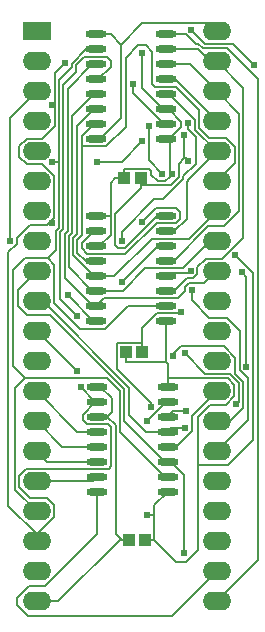
<source format=gbl>
G04 Layer: BottomLayer*
G04 EasyEDA v6.5.22, 2023-01-18 22:18:13*
G04 eba29598cffc45a1a2b09f1bfeec2ae0,7be1179030e74d40a97a3c751b95adb4,10*
G04 Gerber Generator version 0.2*
G04 Scale: 100 percent, Rotated: No, Reflected: No *
G04 Dimensions in millimeters *
G04 leading zeros omitted , absolute positions ,4 integer and 5 decimal *
%FSLAX45Y45*%
%MOMM*%

%AMMACRO1*21,1,$1,$2,0,0,$3*%
%ADD10C,0.1800*%
%ADD11MACRO1,1X1.1X0.0000*%
%ADD12O,1.7999964X0.5999988*%
%ADD13MACRO1,2.3978X1.6002X0.0000*%
%ADD14O,2.3999952X1.5999968*%
%ADD15C,0.6100*%
%ADD16C,0.0121*%

%LPD*%
D10*
X2919222Y-3035300D02*
G01*
X2802890Y-2918968D01*
X2802890Y-2632963D01*
X3165602Y-1819147D02*
G01*
X3282441Y-1935987D01*
X3515613Y-1935987D01*
X3696208Y-2116581D01*
X1628902Y-3601212D02*
G01*
X1628902Y-2562097D01*
X1854200Y-2336800D01*
X3136138Y-2604770D02*
G01*
X3136138Y-2655062D01*
X3202431Y-2721102D01*
X3202431Y-2948939D01*
X3096768Y-3054604D01*
X3096768Y-3078734D01*
X2924556Y-3250692D01*
X2849118Y-3250692D01*
X2574797Y-3525265D01*
X2574797Y-3603752D01*
X2117344Y-4062984D02*
G01*
X2334260Y-4279900D01*
X2357120Y-4279900D01*
X3158490Y-3856989D02*
G01*
X3144011Y-3871721D01*
X2978658Y-3871721D01*
X2951479Y-3898900D01*
X3166872Y-4020312D02*
G01*
X3166872Y-4105402D01*
X3315970Y-4254754D01*
X3462781Y-4254754D01*
X3574034Y-4366005D01*
X3574034Y-4697729D01*
X3641090Y-4765039D01*
X3641090Y-5121910D01*
X3378200Y-5384800D01*
X2369820Y-5727700D02*
G01*
X2369820Y-6083554D01*
X1925573Y-6527800D01*
X1787652Y-6527800D01*
X1688592Y-6627113D01*
X1688592Y-6684518D01*
X1781047Y-6777228D01*
X3001772Y-6777228D01*
X3378200Y-6400800D01*
X1854200Y-5638800D02*
G01*
X2331720Y-5638800D01*
X2369820Y-5600700D01*
X1854200Y-5384800D02*
G01*
X1943100Y-5473700D01*
X2369820Y-5473700D01*
X1854200Y-5130800D02*
G01*
X2070100Y-5346700D01*
X2369820Y-5346700D01*
X1854200Y-4876800D02*
G01*
X2197100Y-5219700D01*
X2369820Y-5219700D01*
X2964179Y-5473700D02*
G01*
X2996691Y-5473700D01*
X3104641Y-5581904D01*
X3104641Y-6248400D01*
X2964179Y-5473700D02*
G01*
X2939541Y-5473700D01*
X2595879Y-5130292D01*
X2595879Y-4856734D01*
X1968245Y-4228845D01*
X1773428Y-4228845D01*
X1694687Y-4150105D01*
X1694687Y-4020312D01*
X1854200Y-3860800D01*
X3378200Y-4876800D02*
G01*
X3170936Y-5084063D01*
X3170936Y-5214620D01*
X3039109Y-5346700D01*
X2964179Y-5346700D01*
X2964179Y-5219700D02*
G01*
X2784856Y-5219700D01*
X2641091Y-5075936D01*
X2641091Y-4850637D01*
X1905507Y-4114800D01*
X1854200Y-4114800D01*
X3113277Y-5190744D02*
G01*
X2993136Y-5190744D01*
X2964179Y-5219700D01*
X3123184Y-5044694D02*
G01*
X3012186Y-5044694D01*
X2964179Y-5092700D01*
X1854200Y-4368800D02*
G01*
X2193289Y-4707889D01*
X2964179Y-4965700D02*
G01*
X2947924Y-4965700D01*
X2789681Y-5123942D01*
X2951479Y-1854200D02*
G01*
X3118865Y-1854200D01*
X3200908Y-1935987D01*
X3224022Y-1935987D01*
X3260343Y-1972310D01*
X3470402Y-1972310D01*
X3470402Y-1972310D01*
X3725925Y-2227834D01*
X3725925Y-6307328D01*
X3378200Y-6654800D01*
X3378200Y-2082800D02*
G01*
X3606038Y-2310637D01*
X3606038Y-3574034D01*
X3427729Y-3752342D01*
X3291586Y-3752342D01*
X3216402Y-3827526D01*
X3216402Y-3881120D01*
X3182620Y-3914902D01*
X3129025Y-3914902D01*
X3018027Y-4025900D01*
X2951479Y-4025900D01*
X3378200Y-2082800D02*
G01*
X3319272Y-2082800D01*
X3217672Y-1981200D01*
X2951479Y-1981200D01*
X2951479Y-2108200D02*
G01*
X3149600Y-2108200D01*
X3378200Y-2336800D01*
X3378200Y-2336800D02*
G01*
X3569715Y-2528315D01*
X3569715Y-3353307D01*
X3443224Y-3479800D01*
X3310127Y-3479800D01*
X3018027Y-3771900D01*
X2951479Y-3771900D01*
X2951479Y-2235200D02*
G01*
X3022600Y-2235200D01*
X3378200Y-2590800D01*
X2576575Y-3954018D02*
G01*
X2885693Y-3644900D01*
X2951479Y-3644900D01*
X3631691Y-4671313D02*
G01*
X3631691Y-3903979D01*
X3595370Y-3867657D01*
X3547109Y-4986273D02*
G01*
X3568191Y-4965445D01*
X3568191Y-4809236D01*
X3488943Y-4729987D01*
X3282950Y-4729987D01*
X3108197Y-4555236D01*
X2951479Y-2362200D02*
G01*
X2976118Y-2362200D01*
X3193795Y-2579878D01*
X3193795Y-2660395D01*
X3378200Y-2844800D01*
X3378200Y-2844800D02*
G01*
X3133090Y-3089910D01*
X3133090Y-3093720D01*
X3124200Y-3102355D01*
X3124200Y-3413760D01*
X3020059Y-3517900D01*
X2951479Y-3517900D01*
X2369820Y-4965700D02*
G01*
X2352039Y-4965700D01*
X2352039Y-4965700D02*
G01*
X2352039Y-4964176D01*
X2231136Y-4843271D01*
X1855470Y-6087363D02*
G01*
X1855470Y-6145529D01*
X1854200Y-6146800D01*
X2352039Y-4965700D02*
G01*
X2245613Y-5072379D01*
X2245613Y-5119623D01*
X2281936Y-5156200D01*
X2463291Y-5156200D01*
X2487168Y-5180076D01*
X2487168Y-5507989D01*
X2464054Y-5530850D01*
X1769110Y-5530850D01*
X1705102Y-5594857D01*
X1705102Y-5688837D01*
X1795018Y-5778754D01*
X1938781Y-5778754D01*
X2001520Y-5841492D01*
X2001520Y-5941313D01*
X1855470Y-6087363D01*
X1983739Y-3454907D02*
G01*
X1967992Y-3438905D01*
X1967992Y-3438905D02*
G01*
X1940052Y-3466845D01*
X1797050Y-3466845D01*
X1686813Y-3577081D01*
X1686813Y-3625087D01*
X1614423Y-3697478D01*
X1614423Y-5846063D01*
X1855470Y-6087363D01*
X2951479Y-2616200D02*
G01*
X2929890Y-2616200D01*
X2667000Y-2353310D01*
X2667000Y-2273300D01*
X2007870Y-2452370D02*
G01*
X1985010Y-2452370D01*
X1967992Y-3438905D02*
G01*
X2001520Y-3405631D01*
X2001520Y-3051555D01*
X1901952Y-2951987D01*
X1769871Y-2951987D01*
X1707134Y-2889250D01*
X1707134Y-2800350D01*
X1769871Y-2737612D01*
X1899157Y-2737612D01*
X2007870Y-2628900D01*
X2007870Y-2452370D01*
X2007870Y-2452370D02*
G01*
X2007870Y-2182876D01*
X2093468Y-2097278D01*
X2744215Y-3443478D02*
G01*
X2863088Y-3324605D01*
X3036570Y-3324605D01*
X3069590Y-3357626D01*
X3069590Y-3417062D01*
X3036061Y-3450589D01*
X2870200Y-3450589D01*
X2606040Y-3714750D01*
X2285237Y-3714750D01*
X2236470Y-3665981D01*
X2236470Y-3624071D01*
X2342642Y-3517900D01*
X2357120Y-3517900D01*
X1854200Y-5892800D02*
G01*
X1668779Y-5707379D01*
X1668779Y-4852162D01*
X1755139Y-4765802D01*
X1755139Y-4765802D02*
G01*
X2453893Y-4765802D01*
X2559558Y-4871720D01*
X2559558Y-5222747D01*
X2937763Y-5600700D01*
X2964179Y-5600700D01*
X1755139Y-4765802D02*
G01*
X1654810Y-4665471D01*
X1654810Y-3851910D01*
X1755394Y-3751326D01*
X1948687Y-3751326D01*
X2744977Y-2760471D02*
G01*
X2574543Y-2931160D01*
X2367026Y-2931160D01*
X2043429Y-2935223D02*
G01*
X1985771Y-2935223D01*
X2043429Y-2935223D02*
G01*
X2044192Y-2934715D01*
X2044192Y-2239263D01*
X2151126Y-2132329D01*
X2151126Y-2101342D01*
X2271268Y-1981200D01*
X2357120Y-1981200D01*
X2951479Y-4152900D02*
G01*
X2628391Y-4152900D01*
X2431542Y-4349750D01*
X2226310Y-4349750D01*
X2001520Y-4124705D01*
X2001520Y-3803904D01*
X1948687Y-3751326D01*
X1948687Y-3751326D02*
G01*
X2018792Y-3681476D01*
X2018792Y-3515613D01*
X2043429Y-3490721D01*
X2043429Y-2935223D01*
X3378200Y-3860800D02*
G01*
X3276345Y-3962654D01*
X3142741Y-3962654D01*
X3108959Y-3996436D01*
X3108959Y-4029455D01*
X3055111Y-4083050D01*
X2426970Y-4083050D01*
X2357120Y-4152900D01*
X2357120Y-4152900D02*
G01*
X2328926Y-4152900D01*
X2091436Y-3915410D01*
X2091436Y-3545586D01*
X2117344Y-3519678D01*
X2117344Y-2316226D01*
X2325370Y-2108200D01*
X2357120Y-2108200D01*
X3378200Y-5130800D02*
G01*
X3494024Y-5130800D01*
X3605022Y-5020055D01*
X3605022Y-4794757D01*
X3537711Y-4727447D01*
X3537711Y-4590542D01*
X3442970Y-4495800D01*
X3080765Y-4495800D01*
X3013709Y-4562855D01*
X3013709Y-4580889D01*
X2195321Y-4236973D02*
G01*
X2055113Y-4096765D01*
X2055113Y-3530600D01*
X2081021Y-3504692D01*
X2081021Y-2280665D01*
X2187447Y-2173986D01*
X2187447Y-2116581D01*
X2259329Y-2044700D01*
X2453386Y-2044700D01*
X2484881Y-2076195D01*
X2484881Y-2126234D01*
X2375915Y-2235200D01*
X2357120Y-2235200D01*
X3378200Y-3606800D02*
G01*
X3327145Y-3606800D01*
X3098545Y-3835400D01*
X2776727Y-3835400D01*
X2586227Y-4025900D01*
X2357120Y-4025900D01*
X2357120Y-4025900D02*
G01*
X2327910Y-4025900D01*
X2127757Y-3825747D01*
X2127757Y-3560571D01*
X2155697Y-3532631D01*
X2155697Y-2549144D01*
X2342642Y-2362200D01*
X2357120Y-2362200D01*
X3378200Y-3352800D02*
G01*
X3147822Y-3583178D01*
X2829559Y-3583178D01*
X2513838Y-3898900D01*
X2357120Y-3898900D01*
X2357120Y-3898900D02*
G01*
X2337815Y-3898900D01*
X2163826Y-3725163D01*
X2163826Y-3575812D01*
X2198623Y-3541013D01*
X2198623Y-2630931D01*
X2340610Y-2489200D01*
X2357120Y-2489200D01*
X2236470Y-2802128D02*
G01*
X2236470Y-2718562D01*
X2338831Y-2616200D01*
X2357120Y-2616200D01*
X2236470Y-2802128D02*
G01*
X2439415Y-2802128D01*
X2607563Y-2633979D01*
X2607563Y-2054860D01*
X2715006Y-1947418D01*
X2779775Y-1947418D01*
X2834131Y-2001773D01*
X2834131Y-2273554D01*
X2859277Y-2298700D01*
X3034791Y-2298700D01*
X3230879Y-2495042D01*
X3230879Y-2646171D01*
X3315461Y-2730754D01*
X3460241Y-2730754D01*
X3533393Y-2803905D01*
X3533393Y-2943605D01*
X3378200Y-3098800D01*
X2357120Y-3771900D02*
G01*
X2271013Y-3771900D01*
X2200147Y-3701287D01*
X2200147Y-3590797D01*
X2236470Y-3554476D01*
X2236470Y-2802128D01*
X2557779Y-6134100D02*
G01*
X2037079Y-6654800D01*
X1854200Y-6654800D01*
X2597150Y-3073400D02*
G01*
X2519679Y-3073400D01*
X2635250Y-6134100D02*
G01*
X2574290Y-6134100D01*
X2574290Y-6134100D02*
G01*
X2557779Y-6134100D01*
X2451100Y-5092700D02*
G01*
X2489200Y-5054600D01*
X2489200Y-4934712D01*
X2393442Y-4838700D01*
X2369820Y-4838700D01*
X2369820Y-5092700D02*
G01*
X2451100Y-5092700D01*
X2451100Y-5092700D02*
G01*
X2523490Y-5165089D01*
X2523490Y-6083045D01*
X2574290Y-6134100D01*
X2749804Y-4546600D02*
G01*
X2749804Y-4464304D01*
X2597150Y-3073400D02*
G01*
X2597150Y-2991104D01*
X2951479Y-2489200D02*
G01*
X2972054Y-2489200D01*
X3078479Y-2595626D01*
X3078479Y-2637281D01*
X2972561Y-2743200D01*
X2972561Y-2743200D02*
G01*
X2951479Y-2743200D01*
X2749804Y-4464304D02*
G01*
X2537459Y-4464304D01*
X2532125Y-4469637D01*
X2532125Y-4689855D01*
X2820415Y-4978400D01*
X2820415Y-5008879D01*
X2749804Y-4464304D02*
G01*
X2749804Y-4336287D01*
X2875788Y-4210304D01*
X3072129Y-4210304D01*
X3078734Y-4203700D01*
X2743200Y-2008123D02*
G01*
X2743200Y-2310129D01*
X2922270Y-2489200D01*
X2951479Y-2489200D01*
X3002788Y-3039618D02*
G01*
X2983229Y-3039618D01*
X2972561Y-2743200D02*
G01*
X2983229Y-2753868D01*
X2983229Y-3039618D01*
X2983229Y-3039618D02*
G01*
X2983229Y-3059176D01*
X2945891Y-3096513D01*
X2879852Y-3096513D01*
X2823718Y-3040379D01*
X2823718Y-3010662D01*
X2804159Y-2991104D01*
X2597150Y-2991104D01*
X2357120Y-3390900D02*
G01*
X2480818Y-3390900D01*
X2519679Y-3073400D02*
G01*
X2480818Y-3112515D01*
X2480818Y-3390900D01*
X2480818Y-3390900D02*
G01*
X2480818Y-3548379D01*
X2384044Y-3644900D01*
X2357120Y-3644900D01*
X2609850Y-4628895D02*
G01*
X2951479Y-4628895D01*
X2813811Y-6134100D02*
G01*
X2837688Y-6134100D01*
X2775204Y-6134100D02*
G01*
X2813811Y-6134100D01*
X2837688Y-6134100D02*
G01*
X2852420Y-6134100D01*
X2852420Y-6134100D02*
G01*
X2852420Y-5927344D01*
X2852420Y-5927344D02*
G01*
X2852420Y-5839460D01*
X2964179Y-5727700D01*
X2852420Y-5927344D02*
G01*
X2792984Y-5927344D01*
X2964179Y-4838700D02*
G01*
X2964179Y-4766310D01*
X2964179Y-4766310D02*
G01*
X2964179Y-4641595D01*
X2951479Y-4628895D01*
X2609850Y-4587747D02*
G01*
X2609850Y-4628895D01*
X2609850Y-4587747D02*
G01*
X2609850Y-4546600D01*
X2951479Y-4628895D02*
G01*
X2951479Y-4279900D01*
X2737104Y-3073400D02*
G01*
X2737104Y-3114547D01*
X2737104Y-3114547D02*
G01*
X2737104Y-3155695D01*
X3105658Y-2903728D02*
G01*
X3105658Y-2706115D01*
X2569463Y-1941068D02*
G01*
X2748788Y-1761489D01*
X3310890Y-1761489D01*
X3378200Y-1828800D01*
X2357120Y-1854200D02*
G01*
X2482595Y-1854200D01*
X2569463Y-1941068D01*
X2569463Y-1941068D02*
G01*
X2569463Y-2566162D01*
X2392171Y-2743200D01*
X2357120Y-2743200D01*
X3105658Y-2903728D02*
G01*
X3119374Y-2903728D01*
X3139947Y-2924555D01*
X3221736Y-5497576D02*
G01*
X3476243Y-5497576D01*
X3689604Y-5284470D01*
X3689604Y-3877563D01*
X3537204Y-3725163D01*
X2852420Y-6134100D02*
G01*
X3036315Y-6318250D01*
X3123438Y-6318250D01*
X3221736Y-6219952D01*
X3221736Y-5497576D01*
X3221736Y-5497576D02*
G01*
X3221736Y-5092192D01*
X3322827Y-4990845D01*
X3456431Y-4990845D01*
X3529329Y-4917947D01*
X3529329Y-4823205D01*
X3472688Y-4766310D01*
X2964179Y-4766310D01*
X2737104Y-3155695D02*
G01*
X2517140Y-3375660D01*
X2517140Y-3636771D01*
X2544825Y-3664457D01*
X2604770Y-3664457D01*
X2878327Y-3390900D01*
X2951479Y-3390900D01*
X3105658Y-2903728D02*
G01*
X3060445Y-2948939D01*
X3060445Y-3063747D01*
X2991358Y-3132581D01*
X2755138Y-3132581D01*
X2737104Y-3114547D01*
D11*
G01*
X2737010Y-3073401D03*
G01*
X2597010Y-3073401D03*
D12*
G01*
X2357120Y-2743200D03*
G01*
X2357120Y-2616200D03*
G01*
X2357120Y-2489200D03*
G01*
X2357120Y-2362200D03*
G01*
X2357120Y-2235200D03*
G01*
X2357120Y-2108200D03*
G01*
X2357120Y-1981200D03*
G01*
X2357120Y-1854200D03*
G01*
X2951479Y-2743200D03*
G01*
X2951479Y-2616200D03*
G01*
X2951479Y-2489200D03*
G01*
X2951479Y-2362200D03*
G01*
X2951479Y-2235200D03*
G01*
X2951479Y-2108200D03*
G01*
X2951479Y-1981200D03*
G01*
X2951479Y-1854200D03*
G01*
X2964179Y-4838700D03*
G01*
X2964179Y-4965700D03*
G01*
X2964179Y-5092700D03*
G01*
X2964179Y-5219700D03*
G01*
X2964179Y-5346700D03*
G01*
X2964179Y-5473700D03*
G01*
X2964179Y-5600700D03*
G01*
X2964179Y-5727700D03*
G01*
X2369820Y-4838700D03*
G01*
X2369820Y-4965700D03*
G01*
X2369820Y-5092700D03*
G01*
X2369820Y-5219700D03*
G01*
X2369820Y-5346700D03*
G01*
X2369820Y-5473700D03*
G01*
X2369820Y-5600700D03*
G01*
X2369820Y-5727700D03*
G01*
X2951479Y-3390900D03*
G01*
X2951479Y-3517900D03*
G01*
X2951479Y-3644900D03*
G01*
X2951479Y-3771900D03*
G01*
X2951479Y-3898900D03*
G01*
X2951479Y-4025900D03*
G01*
X2951479Y-4152900D03*
G01*
X2951479Y-4279900D03*
G01*
X2357120Y-3390900D03*
G01*
X2357120Y-3517900D03*
G01*
X2357120Y-3644900D03*
G01*
X2357120Y-3771900D03*
G01*
X2357120Y-3898900D03*
G01*
X2357120Y-4025900D03*
G01*
X2357120Y-4152900D03*
G01*
X2357120Y-4279900D03*
D11*
G01*
X2775110Y-6134101D03*
G01*
X2635110Y-6134101D03*
G01*
X2749710Y-4546601D03*
G01*
X2609710Y-4546601D03*
D13*
G01*
X1854200Y-1828800D03*
D14*
G01*
X3378200Y-6654800D03*
G01*
X1854200Y-2082800D03*
G01*
X3378200Y-6400800D03*
G01*
X1854200Y-2336800D03*
G01*
X3378200Y-6146800D03*
G01*
X1854200Y-2590800D03*
G01*
X3378200Y-5892800D03*
G01*
X1854200Y-2844800D03*
G01*
X3378200Y-5638800D03*
G01*
X1854200Y-3098800D03*
G01*
X3378200Y-5384800D03*
G01*
X1854200Y-3352800D03*
G01*
X3378200Y-5130800D03*
G01*
X1854200Y-3606800D03*
G01*
X3378200Y-4876800D03*
G01*
X1854200Y-3860800D03*
G01*
X3378200Y-4622800D03*
G01*
X1854200Y-4114800D03*
G01*
X3378200Y-4368800D03*
G01*
X1854200Y-4368800D03*
G01*
X3378200Y-4114800D03*
G01*
X1854200Y-4622800D03*
G01*
X3378200Y-3860800D03*
G01*
X1854200Y-4876800D03*
G01*
X3378200Y-3606800D03*
G01*
X1854200Y-5130800D03*
G01*
X3378200Y-3352800D03*
G01*
X1854200Y-5384800D03*
G01*
X3378200Y-3098800D03*
G01*
X1854200Y-5638800D03*
G01*
X3378200Y-2844800D03*
G01*
X1854200Y-5892800D03*
G01*
X3378200Y-2590800D03*
G01*
X1854200Y-6146800D03*
G01*
X3378200Y-2336800D03*
G01*
X1854200Y-6400800D03*
G01*
X3378200Y-2082800D03*
G01*
X1854200Y-6654800D03*
G01*
X3378200Y-1828800D03*
D15*
G01*
X3537204Y-3725163D03*
G01*
X3139947Y-2924555D03*
G01*
X3105658Y-2706115D03*
G01*
X2792984Y-5927344D03*
G01*
X3002788Y-3039618D03*
G01*
X3078734Y-4203700D03*
G01*
X2820415Y-5008879D03*
G01*
X2743200Y-2008123D03*
G01*
X2195321Y-4236973D03*
G01*
X3013709Y-4580889D03*
G01*
X2744977Y-2760471D03*
G01*
X2367026Y-2931160D03*
G01*
X1985771Y-2935223D03*
G01*
X2744215Y-3443478D03*
G01*
X2667000Y-2273300D03*
G01*
X1985010Y-2452370D03*
G01*
X1983739Y-3454907D03*
G01*
X2093468Y-2097278D03*
G01*
X2231136Y-4843271D03*
G01*
X2576575Y-3954018D03*
G01*
X3108197Y-4555236D03*
G01*
X3547109Y-4986273D03*
G01*
X3631691Y-4671313D03*
G01*
X3595370Y-3867657D03*
G01*
X2789681Y-5123942D03*
G01*
X2193289Y-4707889D03*
G01*
X3123184Y-5044694D03*
G01*
X3113277Y-5190744D03*
G01*
X3104641Y-6248400D03*
G01*
X3158490Y-3856989D03*
G01*
X3166872Y-4020312D03*
G01*
X2117344Y-4062984D03*
G01*
X3136138Y-2604770D03*
G01*
X2574797Y-3603752D03*
G01*
X1628902Y-3601212D03*
G01*
X3696208Y-2116581D03*
G01*
X3165602Y-1819147D03*
G01*
X2802890Y-2632963D03*
G01*
X2919222Y-3035300D03*
M02*

</source>
